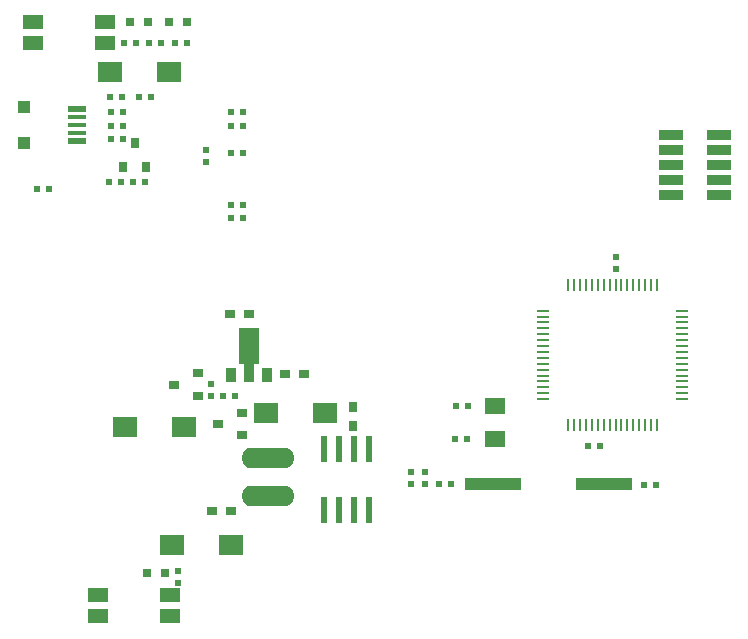
<source format=gbr>
G04 #@! TF.GenerationSoftware,KiCad,Pcbnew,5.1.5+dfsg1-2build2*
G04 #@! TF.CreationDate,2020-06-04T11:32:48+03:00*
G04 #@! TF.ProjectId,OLIMEXINO-STM32F3_RevB,4f4c494d-4558-4494-9e4f-2d53544d3332,rev?*
G04 #@! TF.SameCoordinates,Original*
G04 #@! TF.FileFunction,Paste,Top*
G04 #@! TF.FilePolarity,Positive*
%FSLAX46Y46*%
G04 Gerber Fmt 4.6, Leading zero omitted, Abs format (unit mm)*
G04 Created by KiCad (PCBNEW 5.1.5+dfsg1-2build2) date 2020-06-04 11:32:48*
%MOMM*%
%LPD*%
G04 APERTURE LIST*
%ADD10R,2.000000X0.900000*%
%ADD11R,1.650000X0.500000*%
%ADD12R,1.650000X0.325000*%
%ADD13R,1.000000X1.100000*%
%ADD14R,0.980000X0.230000*%
%ADD15R,0.230000X0.980000*%
%ADD16R,1.733000X3.125000*%
%ADD17R,0.900000X1.300000*%
%ADD18R,0.900000X1.501900*%
%ADD19R,0.600000X2.200000*%
%ADD20R,1.778000X1.270000*%
%ADD21R,0.500000X0.550000*%
%ADD22R,0.550000X0.500000*%
%ADD23R,4.826000X1.100000*%
%ADD24R,1.676400X1.422400*%
%ADD25R,0.800000X0.800000*%
%ADD26O,4.500000X1.750000*%
%ADD27R,0.700000X0.900000*%
%ADD28R,0.900000X0.700000*%
%ADD29R,2.000000X1.700000*%
%ADD30R,0.900000X0.800000*%
%ADD31R,0.800000X0.900000*%
G04 APERTURE END LIST*
D10*
X117068000Y-56560000D03*
X121132000Y-56560000D03*
X117068000Y-57830000D03*
X121132000Y-57830000D03*
X117068000Y-59100000D03*
X121132000Y-59100000D03*
X117068000Y-60370000D03*
X121132000Y-60370000D03*
X117068000Y-61640000D03*
X121132000Y-61640000D03*
D11*
X66850000Y-54312500D03*
D12*
X66850000Y-55050000D03*
X66850000Y-55700000D03*
X66850000Y-56350000D03*
D11*
X66850000Y-57087500D03*
D13*
X62300000Y-54200000D03*
X62300000Y-57200000D03*
D14*
X106260000Y-78910000D03*
X106260000Y-78410000D03*
X106260000Y-77910000D03*
X106260000Y-77410000D03*
X106260000Y-76910000D03*
X106260000Y-76410000D03*
X106260000Y-75910000D03*
X106260000Y-75410000D03*
X106260000Y-74910000D03*
X106260000Y-74410000D03*
X106260000Y-73910000D03*
X106260000Y-73410000D03*
X106260000Y-72910000D03*
X106260000Y-72410000D03*
X106260000Y-71910000D03*
X106260000Y-71410000D03*
D15*
X108410000Y-69260000D03*
X108910000Y-69260000D03*
X109410000Y-69260000D03*
X109910000Y-69260000D03*
X110410000Y-69260000D03*
X110910000Y-69260000D03*
X111410000Y-69260000D03*
X111910000Y-69260000D03*
X112410000Y-69260000D03*
X112910000Y-69260000D03*
X113410000Y-69260000D03*
X113910000Y-69260000D03*
X114410000Y-69260000D03*
X114910000Y-69260000D03*
X115410000Y-69260000D03*
X115910000Y-69260000D03*
D14*
X118060000Y-71410000D03*
X118060000Y-71910000D03*
X118060000Y-72410000D03*
X118060000Y-72910000D03*
X118060000Y-73410000D03*
X118060000Y-73910000D03*
X118060000Y-74410000D03*
X118060000Y-74910000D03*
X118060000Y-75410000D03*
X118060000Y-75910000D03*
X118060000Y-76410000D03*
X118060000Y-76910000D03*
X118060000Y-77410000D03*
X118060000Y-77910000D03*
X118060000Y-78410000D03*
X118060000Y-78910000D03*
D15*
X115910000Y-81060000D03*
X115410000Y-81060000D03*
X114910000Y-81060000D03*
X114410000Y-81060000D03*
X113910000Y-81060000D03*
X113410000Y-81060000D03*
X112910000Y-81060000D03*
X112410000Y-81060000D03*
X111910000Y-81060000D03*
X111410000Y-81060000D03*
X110910000Y-81060000D03*
X110410000Y-81060000D03*
X109910000Y-81060000D03*
X109410000Y-81060000D03*
X108910000Y-81060000D03*
X108410000Y-81060000D03*
D16*
X81370000Y-74432500D03*
D17*
X82870000Y-76820000D03*
D18*
X81370000Y-76720000D03*
D17*
X79870000Y-76820000D03*
D19*
X91495000Y-88330000D03*
X90225000Y-88330000D03*
X88955000Y-88330000D03*
X87685000Y-88330000D03*
X87685000Y-83130000D03*
X88955000Y-83130000D03*
X90225000Y-83130000D03*
X91495000Y-83130000D03*
D20*
X68552000Y-95511000D03*
X74648000Y-95511000D03*
X74648000Y-97289000D03*
X68552000Y-97289000D03*
X69148000Y-48789000D03*
X63052000Y-48789000D03*
X63052000Y-47011000D03*
X69148000Y-47011000D03*
D21*
X75102000Y-48790000D03*
X76118000Y-48790000D03*
X73908000Y-48790000D03*
X72892000Y-48790000D03*
X69652000Y-56890000D03*
X70668000Y-56890000D03*
X70658000Y-53350000D03*
X69642000Y-53350000D03*
X73088000Y-53350000D03*
X72072000Y-53350000D03*
X70668000Y-55750000D03*
X69652000Y-55750000D03*
X70668000Y-54600000D03*
X69652000Y-54600000D03*
X70528000Y-60490000D03*
X69512000Y-60490000D03*
X71562000Y-60490000D03*
X72578000Y-60490000D03*
X111128000Y-82870000D03*
X110112000Y-82870000D03*
D22*
X78180000Y-78618000D03*
X78180000Y-77602000D03*
D21*
X79182000Y-78620000D03*
X80198000Y-78620000D03*
D22*
X112410000Y-67898000D03*
X112410000Y-66882000D03*
X75374500Y-94488000D03*
X75374500Y-93472000D03*
D21*
X71838000Y-48790000D03*
X70822000Y-48790000D03*
X79862000Y-54620000D03*
X80878000Y-54620000D03*
D22*
X77700000Y-57792000D03*
X77700000Y-58808000D03*
D21*
X79862000Y-58030000D03*
X80878000Y-58030000D03*
X79862000Y-62440000D03*
X80878000Y-62440000D03*
X79872000Y-63530000D03*
X80888000Y-63530000D03*
X79862000Y-55820000D03*
X80878000Y-55820000D03*
D22*
X96240000Y-86068000D03*
X96240000Y-85052000D03*
X95110000Y-85052000D03*
X95110000Y-86068000D03*
D23*
X111419000Y-86120000D03*
X102021000Y-86120000D03*
D24*
X102220000Y-79493000D03*
X102220000Y-82287000D03*
D25*
X74598000Y-46990000D03*
X76122000Y-46990000D03*
X71288000Y-46990000D03*
X72812000Y-46990000D03*
X72707500Y-93599000D03*
X74231500Y-93599000D03*
D26*
X82940000Y-87145000D03*
X82940000Y-83895000D03*
D27*
X70740000Y-59240000D03*
X72640000Y-59240000D03*
X71690000Y-57240000D03*
D28*
X77040000Y-78620000D03*
X77040000Y-76720000D03*
X75040000Y-77670000D03*
X80750000Y-81980000D03*
X80750000Y-80080000D03*
X78750000Y-81030000D03*
D29*
X74630000Y-51170000D03*
X69630000Y-51170000D03*
X74840000Y-91270000D03*
X79840000Y-91270000D03*
X82810000Y-80090000D03*
X87810000Y-80090000D03*
X75890000Y-81240000D03*
X70890000Y-81240000D03*
D21*
X63432000Y-61140000D03*
X64448000Y-61140000D03*
X114832000Y-86150000D03*
X115848000Y-86150000D03*
X98488000Y-86100000D03*
X97472000Y-86100000D03*
X99858000Y-82310000D03*
X98842000Y-82310000D03*
X99888000Y-79480000D03*
X98872000Y-79480000D03*
D30*
X84390000Y-76810000D03*
X85990000Y-76810000D03*
D31*
X90200000Y-81170000D03*
X90200000Y-79570000D03*
D30*
X81370000Y-71700000D03*
X79770000Y-71700000D03*
X79860000Y-88390000D03*
X78260000Y-88390000D03*
M02*

</source>
